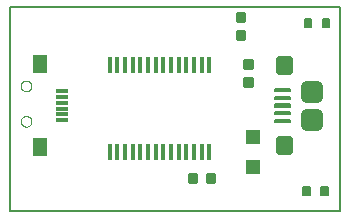
<source format=gtp>
G75*
%MOIN*%
%OFA0B0*%
%FSLAX25Y25*%
%IPPOS*%
%LPD*%
%AMOC8*
5,1,8,0,0,1.08239X$1,22.5*
%
%ADD10C,0.00800*%
%ADD11C,0.00875*%
%ADD12R,0.05000X0.05000*%
%ADD13R,0.01370X0.05500*%
%ADD14C,0.00787*%
%ADD15C,0.02756*%
%ADD16C,0.03740*%
%ADD17R,0.03937X0.01181*%
%ADD18R,0.05118X0.06496*%
%ADD19C,0.00750*%
%ADD20C,0.00000*%
D10*
X0101036Y0048333D02*
X0101036Y0116333D01*
X0211036Y0116333D01*
X0211036Y0048333D01*
X0101036Y0048333D01*
D11*
X0160723Y0060646D02*
X0163349Y0060646D01*
X0163349Y0058020D01*
X0160723Y0058020D01*
X0160723Y0060646D01*
X0160723Y0058851D02*
X0163349Y0058851D01*
X0163349Y0059682D02*
X0160723Y0059682D01*
X0160723Y0060513D02*
X0163349Y0060513D01*
X0166723Y0060646D02*
X0169349Y0060646D01*
X0169349Y0058020D01*
X0166723Y0058020D01*
X0166723Y0060646D01*
X0166723Y0058851D02*
X0169349Y0058851D01*
X0169349Y0059682D02*
X0166723Y0059682D01*
X0166723Y0060513D02*
X0169349Y0060513D01*
X0179223Y0090020D02*
X0179223Y0092646D01*
X0181849Y0092646D01*
X0181849Y0090020D01*
X0179223Y0090020D01*
X0179223Y0090851D02*
X0181849Y0090851D01*
X0181849Y0091682D02*
X0179223Y0091682D01*
X0179223Y0092513D02*
X0181849Y0092513D01*
X0179223Y0096020D02*
X0179223Y0098646D01*
X0181849Y0098646D01*
X0181849Y0096020D01*
X0179223Y0096020D01*
X0179223Y0096851D02*
X0181849Y0096851D01*
X0181849Y0097682D02*
X0179223Y0097682D01*
X0179223Y0098513D02*
X0181849Y0098513D01*
X0176723Y0105520D02*
X0176723Y0108146D01*
X0179349Y0108146D01*
X0179349Y0105520D01*
X0176723Y0105520D01*
X0176723Y0106351D02*
X0179349Y0106351D01*
X0179349Y0107182D02*
X0176723Y0107182D01*
X0176723Y0108013D02*
X0179349Y0108013D01*
X0176723Y0111520D02*
X0176723Y0114146D01*
X0179349Y0114146D01*
X0179349Y0111520D01*
X0176723Y0111520D01*
X0176723Y0112351D02*
X0179349Y0112351D01*
X0179349Y0113182D02*
X0176723Y0113182D01*
X0176723Y0114013D02*
X0179349Y0114013D01*
D12*
X0182036Y0072833D03*
X0182036Y0062833D03*
D13*
X0167670Y0067940D03*
X0165111Y0067940D03*
X0162552Y0067940D03*
X0159993Y0067940D03*
X0157434Y0067940D03*
X0154874Y0067940D03*
X0152315Y0067940D03*
X0149756Y0067940D03*
X0147197Y0067940D03*
X0144638Y0067940D03*
X0142079Y0067940D03*
X0139520Y0067940D03*
X0136961Y0067940D03*
X0134402Y0067940D03*
X0134402Y0096727D03*
X0136961Y0096727D03*
X0139520Y0096727D03*
X0142079Y0096727D03*
X0144638Y0096727D03*
X0147197Y0096727D03*
X0149756Y0096727D03*
X0152315Y0096727D03*
X0154874Y0096727D03*
X0157434Y0096727D03*
X0159993Y0096727D03*
X0162552Y0096727D03*
X0165111Y0096727D03*
X0167670Y0096727D03*
D14*
X0189460Y0088845D02*
X0189460Y0088057D01*
X0189460Y0088845D02*
X0194580Y0088845D01*
X0194580Y0088057D01*
X0189460Y0088057D01*
X0189460Y0088805D02*
X0194580Y0088805D01*
X0189460Y0086286D02*
X0189460Y0085498D01*
X0189460Y0086286D02*
X0194580Y0086286D01*
X0194580Y0085498D01*
X0189460Y0085498D01*
X0189460Y0086246D02*
X0194580Y0086246D01*
X0189460Y0083727D02*
X0189460Y0082939D01*
X0189460Y0083727D02*
X0194580Y0083727D01*
X0194580Y0082939D01*
X0189460Y0082939D01*
X0189460Y0083687D02*
X0194580Y0083687D01*
X0189460Y0081168D02*
X0189460Y0080380D01*
X0189460Y0081168D02*
X0194580Y0081168D01*
X0194580Y0080380D01*
X0189460Y0080380D01*
X0189460Y0081128D02*
X0194580Y0081128D01*
X0189460Y0078609D02*
X0189460Y0077821D01*
X0189460Y0078609D02*
X0194580Y0078609D01*
X0194580Y0077821D01*
X0189460Y0077821D01*
X0189460Y0078569D02*
X0194580Y0078569D01*
D15*
X0194095Y0071719D02*
X0191339Y0071719D01*
X0194095Y0071719D02*
X0194095Y0068177D01*
X0191339Y0068177D01*
X0191339Y0071719D01*
X0191339Y0070795D02*
X0194095Y0070795D01*
X0194095Y0098490D02*
X0191339Y0098490D01*
X0194095Y0098490D02*
X0194095Y0094948D01*
X0191339Y0094948D01*
X0191339Y0098490D01*
X0191339Y0097566D02*
X0194095Y0097566D01*
D16*
X0203437Y0089928D02*
X0203437Y0086188D01*
X0199697Y0086188D01*
X0199697Y0089928D01*
X0203437Y0089928D01*
X0203437Y0089741D02*
X0199697Y0089741D01*
X0203437Y0080479D02*
X0203437Y0076739D01*
X0199697Y0076739D01*
X0199697Y0080479D01*
X0203437Y0080479D01*
X0203437Y0080292D02*
X0199697Y0080292D01*
D17*
X0118516Y0080381D03*
X0118516Y0082349D03*
X0118516Y0084318D03*
X0118516Y0086286D03*
X0118516Y0088255D03*
X0118516Y0078412D03*
D18*
X0111036Y0069455D03*
X0111036Y0097211D03*
D19*
X0199411Y0109458D02*
X0201661Y0109458D01*
X0199411Y0109458D02*
X0199411Y0112208D01*
X0201661Y0112208D01*
X0201661Y0109458D01*
X0201661Y0110170D02*
X0199411Y0110170D01*
X0199411Y0110882D02*
X0201661Y0110882D01*
X0201661Y0111594D02*
X0199411Y0111594D01*
X0205411Y0109458D02*
X0207661Y0109458D01*
X0205411Y0109458D02*
X0205411Y0112208D01*
X0207661Y0112208D01*
X0207661Y0109458D01*
X0207661Y0110170D02*
X0205411Y0110170D01*
X0205411Y0110882D02*
X0207661Y0110882D01*
X0207661Y0111594D02*
X0205411Y0111594D01*
X0204911Y0053458D02*
X0207161Y0053458D01*
X0204911Y0053458D02*
X0204911Y0056208D01*
X0207161Y0056208D01*
X0207161Y0053458D01*
X0207161Y0054170D02*
X0204911Y0054170D01*
X0204911Y0054882D02*
X0207161Y0054882D01*
X0207161Y0055594D02*
X0204911Y0055594D01*
X0201161Y0053458D02*
X0198911Y0053458D01*
X0198911Y0056208D01*
X0201161Y0056208D01*
X0201161Y0053458D01*
X0201161Y0054170D02*
X0198911Y0054170D01*
X0198911Y0054882D02*
X0201161Y0054882D01*
X0201161Y0055594D02*
X0198911Y0055594D01*
D20*
X0104795Y0078097D02*
X0104797Y0078181D01*
X0104803Y0078264D01*
X0104813Y0078347D01*
X0104827Y0078430D01*
X0104844Y0078512D01*
X0104866Y0078593D01*
X0104891Y0078672D01*
X0104920Y0078751D01*
X0104953Y0078828D01*
X0104989Y0078903D01*
X0105029Y0078977D01*
X0105072Y0079049D01*
X0105119Y0079118D01*
X0105169Y0079185D01*
X0105222Y0079250D01*
X0105278Y0079312D01*
X0105336Y0079372D01*
X0105398Y0079429D01*
X0105462Y0079482D01*
X0105529Y0079533D01*
X0105598Y0079580D01*
X0105669Y0079625D01*
X0105742Y0079665D01*
X0105817Y0079702D01*
X0105894Y0079736D01*
X0105972Y0079766D01*
X0106051Y0079792D01*
X0106132Y0079815D01*
X0106214Y0079833D01*
X0106296Y0079848D01*
X0106379Y0079859D01*
X0106462Y0079866D01*
X0106546Y0079869D01*
X0106630Y0079868D01*
X0106713Y0079863D01*
X0106797Y0079854D01*
X0106879Y0079841D01*
X0106961Y0079825D01*
X0107042Y0079804D01*
X0107123Y0079780D01*
X0107201Y0079752D01*
X0107279Y0079720D01*
X0107355Y0079684D01*
X0107429Y0079645D01*
X0107501Y0079603D01*
X0107571Y0079557D01*
X0107639Y0079508D01*
X0107704Y0079456D01*
X0107767Y0079401D01*
X0107827Y0079343D01*
X0107885Y0079282D01*
X0107939Y0079218D01*
X0107991Y0079152D01*
X0108039Y0079084D01*
X0108084Y0079013D01*
X0108125Y0078940D01*
X0108164Y0078866D01*
X0108198Y0078790D01*
X0108229Y0078712D01*
X0108256Y0078633D01*
X0108280Y0078552D01*
X0108299Y0078471D01*
X0108315Y0078389D01*
X0108327Y0078306D01*
X0108335Y0078222D01*
X0108339Y0078139D01*
X0108339Y0078055D01*
X0108335Y0077972D01*
X0108327Y0077888D01*
X0108315Y0077805D01*
X0108299Y0077723D01*
X0108280Y0077642D01*
X0108256Y0077561D01*
X0108229Y0077482D01*
X0108198Y0077404D01*
X0108164Y0077328D01*
X0108125Y0077254D01*
X0108084Y0077181D01*
X0108039Y0077110D01*
X0107991Y0077042D01*
X0107939Y0076976D01*
X0107885Y0076912D01*
X0107827Y0076851D01*
X0107767Y0076793D01*
X0107704Y0076738D01*
X0107639Y0076686D01*
X0107571Y0076637D01*
X0107501Y0076591D01*
X0107429Y0076549D01*
X0107355Y0076510D01*
X0107279Y0076474D01*
X0107201Y0076442D01*
X0107123Y0076414D01*
X0107042Y0076390D01*
X0106961Y0076369D01*
X0106879Y0076353D01*
X0106797Y0076340D01*
X0106713Y0076331D01*
X0106630Y0076326D01*
X0106546Y0076325D01*
X0106462Y0076328D01*
X0106379Y0076335D01*
X0106296Y0076346D01*
X0106214Y0076361D01*
X0106132Y0076379D01*
X0106051Y0076402D01*
X0105972Y0076428D01*
X0105894Y0076458D01*
X0105817Y0076492D01*
X0105742Y0076529D01*
X0105669Y0076569D01*
X0105598Y0076614D01*
X0105529Y0076661D01*
X0105462Y0076712D01*
X0105398Y0076765D01*
X0105336Y0076822D01*
X0105278Y0076882D01*
X0105222Y0076944D01*
X0105169Y0077009D01*
X0105119Y0077076D01*
X0105072Y0077145D01*
X0105029Y0077217D01*
X0104989Y0077291D01*
X0104953Y0077366D01*
X0104920Y0077443D01*
X0104891Y0077522D01*
X0104866Y0077601D01*
X0104844Y0077682D01*
X0104827Y0077764D01*
X0104813Y0077847D01*
X0104803Y0077930D01*
X0104797Y0078013D01*
X0104795Y0078097D01*
X0104795Y0089908D02*
X0104797Y0089992D01*
X0104803Y0090075D01*
X0104813Y0090158D01*
X0104827Y0090241D01*
X0104844Y0090323D01*
X0104866Y0090404D01*
X0104891Y0090483D01*
X0104920Y0090562D01*
X0104953Y0090639D01*
X0104989Y0090714D01*
X0105029Y0090788D01*
X0105072Y0090860D01*
X0105119Y0090929D01*
X0105169Y0090996D01*
X0105222Y0091061D01*
X0105278Y0091123D01*
X0105336Y0091183D01*
X0105398Y0091240D01*
X0105462Y0091293D01*
X0105529Y0091344D01*
X0105598Y0091391D01*
X0105669Y0091436D01*
X0105742Y0091476D01*
X0105817Y0091513D01*
X0105894Y0091547D01*
X0105972Y0091577D01*
X0106051Y0091603D01*
X0106132Y0091626D01*
X0106214Y0091644D01*
X0106296Y0091659D01*
X0106379Y0091670D01*
X0106462Y0091677D01*
X0106546Y0091680D01*
X0106630Y0091679D01*
X0106713Y0091674D01*
X0106797Y0091665D01*
X0106879Y0091652D01*
X0106961Y0091636D01*
X0107042Y0091615D01*
X0107123Y0091591D01*
X0107201Y0091563D01*
X0107279Y0091531D01*
X0107355Y0091495D01*
X0107429Y0091456D01*
X0107501Y0091414D01*
X0107571Y0091368D01*
X0107639Y0091319D01*
X0107704Y0091267D01*
X0107767Y0091212D01*
X0107827Y0091154D01*
X0107885Y0091093D01*
X0107939Y0091029D01*
X0107991Y0090963D01*
X0108039Y0090895D01*
X0108084Y0090824D01*
X0108125Y0090751D01*
X0108164Y0090677D01*
X0108198Y0090601D01*
X0108229Y0090523D01*
X0108256Y0090444D01*
X0108280Y0090363D01*
X0108299Y0090282D01*
X0108315Y0090200D01*
X0108327Y0090117D01*
X0108335Y0090033D01*
X0108339Y0089950D01*
X0108339Y0089866D01*
X0108335Y0089783D01*
X0108327Y0089699D01*
X0108315Y0089616D01*
X0108299Y0089534D01*
X0108280Y0089453D01*
X0108256Y0089372D01*
X0108229Y0089293D01*
X0108198Y0089215D01*
X0108164Y0089139D01*
X0108125Y0089065D01*
X0108084Y0088992D01*
X0108039Y0088921D01*
X0107991Y0088853D01*
X0107939Y0088787D01*
X0107885Y0088723D01*
X0107827Y0088662D01*
X0107767Y0088604D01*
X0107704Y0088549D01*
X0107639Y0088497D01*
X0107571Y0088448D01*
X0107501Y0088402D01*
X0107429Y0088360D01*
X0107355Y0088321D01*
X0107279Y0088285D01*
X0107201Y0088253D01*
X0107123Y0088225D01*
X0107042Y0088201D01*
X0106961Y0088180D01*
X0106879Y0088164D01*
X0106797Y0088151D01*
X0106713Y0088142D01*
X0106630Y0088137D01*
X0106546Y0088136D01*
X0106462Y0088139D01*
X0106379Y0088146D01*
X0106296Y0088157D01*
X0106214Y0088172D01*
X0106132Y0088190D01*
X0106051Y0088213D01*
X0105972Y0088239D01*
X0105894Y0088269D01*
X0105817Y0088303D01*
X0105742Y0088340D01*
X0105669Y0088380D01*
X0105598Y0088425D01*
X0105529Y0088472D01*
X0105462Y0088523D01*
X0105398Y0088576D01*
X0105336Y0088633D01*
X0105278Y0088693D01*
X0105222Y0088755D01*
X0105169Y0088820D01*
X0105119Y0088887D01*
X0105072Y0088956D01*
X0105029Y0089028D01*
X0104989Y0089102D01*
X0104953Y0089177D01*
X0104920Y0089254D01*
X0104891Y0089333D01*
X0104866Y0089412D01*
X0104844Y0089493D01*
X0104827Y0089575D01*
X0104813Y0089658D01*
X0104803Y0089741D01*
X0104797Y0089824D01*
X0104795Y0089908D01*
M02*

</source>
